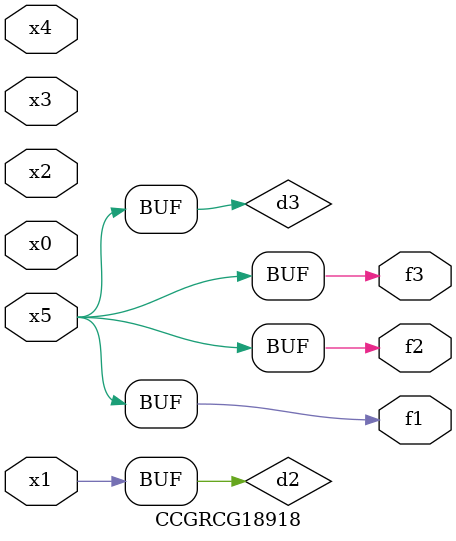
<source format=v>
module CCGRCG18918(
	input x0, x1, x2, x3, x4, x5,
	output f1, f2, f3
);

	wire d1, d2, d3;

	not (d1, x5);
	or (d2, x1);
	xnor (d3, d1);
	assign f1 = d3;
	assign f2 = d3;
	assign f3 = d3;
endmodule

</source>
